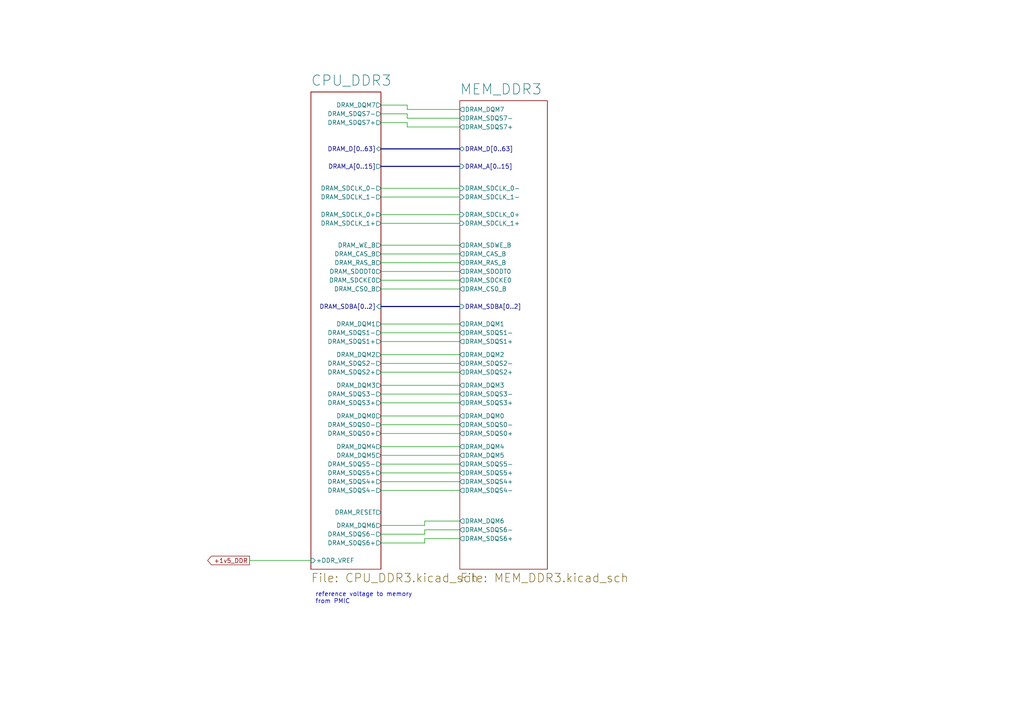
<source format=kicad_sch>
(kicad_sch (version 20211123) (generator eeschema)
  (paper "A4")
  (lib_symbols)
  (wire (pts (xy 133.35 139.7) (xy 110.49 139.7)))
  (wire (pts (xy 118.11 34.29) (xy 133.35 34.29)))
  (wire (pts (xy 133.35 73.66) (xy 110.49 73.66)))
  (wire (pts (xy 123.19 153.67) (xy 123.19 154.94)))
  (wire (pts (xy 110.49 152.4) (xy 123.19 152.4)))
  (wire (pts (xy 133.35 116.84) (xy 110.49 116.84)))
  (wire (pts (xy 133.35 31.75) (xy 118.11 31.75)))
  (wire (pts (xy 110.49 142.24) (xy 133.35 142.24)))
  (wire (pts (xy 118.11 30.48) (xy 110.49 30.48)))
  (wire (pts (xy 90.17 162.56) (xy 72.39 162.56)))
  (wire (pts (xy 110.49 137.16) (xy 133.35 137.16)))
  (wire (pts (xy 133.35 96.52) (xy 110.49 96.52)))
  (wire (pts (xy 110.49 120.65) (xy 133.35 120.65)))
  (wire (pts (xy 123.19 156.21) (xy 133.35 156.21)))
  (wire (pts (xy 123.19 152.4) (xy 123.19 151.13)))
  (bus (pts (xy 110.49 43.18) (xy 133.35 43.18)))
  (wire (pts (xy 110.49 76.2) (xy 133.35 76.2)))
  (wire (pts (xy 133.35 123.19) (xy 110.49 123.19)))
  (wire (pts (xy 110.49 33.02) (xy 118.11 33.02)))
  (wire (pts (xy 118.11 31.75) (xy 118.11 30.48)))
  (bus (pts (xy 110.49 88.9) (xy 133.35 88.9)))
  (wire (pts (xy 110.49 132.08) (xy 133.35 132.08)))
  (wire (pts (xy 110.49 62.23) (xy 133.35 62.23)))
  (wire (pts (xy 110.49 54.61) (xy 133.35 54.61)))
  (wire (pts (xy 110.49 102.87) (xy 133.35 102.87)))
  (wire (pts (xy 110.49 125.73) (xy 133.35 125.73)))
  (wire (pts (xy 110.49 81.28) (xy 133.35 81.28)))
  (bus (pts (xy 133.35 48.26) (xy 110.49 48.26)))
  (wire (pts (xy 133.35 36.83) (xy 118.11 36.83)))
  (wire (pts (xy 118.11 33.02) (xy 118.11 34.29)))
  (wire (pts (xy 110.49 107.95) (xy 133.35 107.95)))
  (wire (pts (xy 110.49 83.82) (xy 133.35 83.82)))
  (wire (pts (xy 118.11 36.83) (xy 118.11 35.56)))
  (wire (pts (xy 123.19 157.48) (xy 123.19 156.21)))
  (wire (pts (xy 133.35 153.67) (xy 123.19 153.67)))
  (wire (pts (xy 118.11 35.56) (xy 110.49 35.56)))
  (wire (pts (xy 123.19 151.13) (xy 133.35 151.13)))
  (wire (pts (xy 110.49 157.48) (xy 123.19 157.48)))
  (wire (pts (xy 133.35 111.76) (xy 110.49 111.76)))
  (wire (pts (xy 110.49 99.06) (xy 133.35 99.06)))
  (wire (pts (xy 110.49 114.3) (xy 133.35 114.3)))
  (wire (pts (xy 133.35 129.54) (xy 110.49 129.54)))
  (wire (pts (xy 133.35 134.62) (xy 110.49 134.62)))
  (wire (pts (xy 123.19 154.94) (xy 110.49 154.94)))
  (wire (pts (xy 133.35 78.74) (xy 110.49 78.74)))
  (wire (pts (xy 110.49 71.12) (xy 133.35 71.12)))
  (wire (pts (xy 133.35 105.41) (xy 110.49 105.41)))
  (wire (pts (xy 110.49 57.15) (xy 133.35 57.15)))
  (wire (pts (xy 110.49 93.98) (xy 133.35 93.98)))
  (wire (pts (xy 110.49 64.77) (xy 133.35 64.77)))
  (text "reference voltage to memory\nfrom PMIC" (at 91.44 175.26 0) (effects (font (size 1.27 1.27)) (justify left bottom)))
  (global_label "+1v5_DDR" (shape output) (at 72.39 162.56 180) (property "Intersheet References" "${INTERSHEET_REFS}" (effects hide)))
  (sheet (at 90.17 26.67) (size 20.32 138.43)
    (property "Sheet name" "CPU_DDR3" (at 90.17 25.0948 0) (effects (font (size 2.9972 2.9972)) (justify left bottom)))
    (property "Sheet file" "CPU_DDR3.kicad_sch" (at 90.17 166.1723 0) (effects (font (size 2.4892 2.4892)) (justify left top)))
    (pin "DRAM_D[0..63]" bidirectional (at 110.49 43.18 0))
    (pin "DRAM_A[0..15]" output (at 110.49 48.26 0))
    (pin "+DDR_VREF" input (at 90.17 162.56 180))
    (pin "DRAM_RESET" output (at 110.49 148.59 0))
    (pin "DRAM_SDCLK_0-" output (at 110.49 54.61 0))
    (pin "DRAM_SDCLK_1-" output (at 110.49 57.15 0))
    (pin "DRAM_SDCLK_0+" output (at 110.49 62.23 0))
    (pin "DRAM_SDCLK_1+" output (at 110.49 64.77 0))
    (pin "DRAM_WE_B" output (at 110.49 71.12 0))
    (pin "DRAM_CAS_B" output (at 110.49 73.66 0))
    (pin "DRAM_RAS_B" output (at 110.49 76.2 0))
    (pin "DRAM_SDODT0" output (at 110.49 78.74 0))
    (pin "DRAM_SDCKE0" output (at 110.49 81.28 0))
    (pin "DRAM_CS0_B" output (at 110.49 83.82 0))
    (pin "DRAM_SDBA[0..2]" input (at 110.49 88.9 0))
    (pin "DRAM_DQM3" output (at 110.49 111.76 0))
    (pin "DRAM_SDQS3-" output (at 110.49 114.3 0))
    (pin "DRAM_SDQS3+" output (at 110.49 116.84 0))
    (pin "DRAM_DQM2" output (at 110.49 102.87 0))
    (pin "DRAM_SDQS2-" output (at 110.49 105.41 0))
    (pin "DRAM_SDQS2+" output (at 110.49 107.95 0))
    (pin "DRAM_DQM1" output (at 110.49 93.98 0))
    (pin "DRAM_SDQS1-" output (at 110.49 96.52 0))
    (pin "DRAM_SDQS1+" output (at 110.49 99.06 0))
    (pin "DRAM_DQM0" output (at 110.49 120.65 0))
    (pin "DRAM_SDQS0-" output (at 110.49 123.19 0))
    (pin "DRAM_SDQS0+" output (at 110.49 125.73 0))
    (pin "DRAM_DQM4" output (at 110.49 129.54 0))
    (pin "DRAM_DQM5" output (at 110.49 132.08 0))
    (pin "DRAM_SDQS5-" output (at 110.49 134.62 0))
    (pin "DRAM_SDQS5+" output (at 110.49 137.16 0))
    (pin "DRAM_SDQS4+" output (at 110.49 139.7 0))
    (pin "DRAM_SDQS4-" output (at 110.49 142.24 0))
    (pin "DRAM_DQM6" output (at 110.49 152.4 0))
    (pin "DRAM_SDQS6-" output (at 110.49 154.94 0))
    (pin "DRAM_SDQS6+" output (at 110.49 157.48 0))
    (pin "DRAM_DQM7" output (at 110.49 30.48 0))
    (pin "DRAM_SDQS7-" output (at 110.49 33.02 0))
    (pin "DRAM_SDQS7+" output (at 110.49 35.56 0))
  )
  (sheet (at 133.35 29.21) (size 25.4 135.89)
    (property "Sheet name" "MEM_DDR3" (at 133.35 27.6348 0) (effects (font (size 2.9972 2.9972)) (justify left bottom)))
    (property "Sheet file" "MEM_DDR3.kicad_sch" (at 133.35 166.1723 0) (effects (font (size 2.4892 2.4892)) (justify left top)))
    (pin "DRAM_D[0..63]" bidirectional (at 133.35 43.18 180))
    (pin "DRAM_A[0..15]" input (at 133.35 48.26 180))
    (pin "DRAM_SDCLK_0-" input (at 133.35 54.61 180))
    (pin "DRAM_SDCLK_1-" input (at 133.35 57.15 180))
    (pin "DRAM_SDCLK_0+" input (at 133.35 62.23 180))
    (pin "DRAM_SDCLK_1+" input (at 133.35 64.77 180))
    (pin "DRAM_SDWE_B" output (at 133.35 71.12 180))
    (pin "DRAM_CAS_B" output (at 133.35 73.66 180))
    (pin "DRAM_RAS_B" output (at 133.35 76.2 180))
    (pin "DRAM_SDODT0" output (at 133.35 78.74 180))
    (pin "DRAM_SDCKE0" output (at 133.35 81.28 180))
    (pin "DRAM_CS0_B" output (at 133.35 83.82 180))
    (pin "DRAM_SDBA[0..2]" input (at 133.35 88.9 180))
    (pin "DRAM_DQM3" output (at 133.35 111.76 180))
    (pin "DRAM_SDQS3-" output (at 133.35 114.3 180))
    (pin "DRAM_SDQS3+" output (at 133.35 116.84 180))
    (pin "DRAM_DQM2" output (at 133.35 102.87 180))
    (pin "DRAM_SDQS2-" output (at 133.35 105.41 180))
    (pin "DRAM_SDQS2+" output (at 133.35 107.95 180))
    (pin "DRAM_DQM1" output (at 133.35 93.98 180))
    (pin "DRAM_SDQS1-" output (at 133.35 96.52 180))
    (pin "DRAM_SDQS1+" output (at 133.35 99.06 180))
    (pin "DRAM_DQM0" output (at 133.35 120.65 180))
    (pin "DRAM_SDQS0-" output (at 133.35 123.19 180))
    (pin "DRAM_SDQS0+" output (at 133.35 125.73 180))
    (pin "DRAM_DQM4" output (at 133.35 129.54 180))
    (pin "DRAM_DQM5" output (at 133.35 132.08 180))
    (pin "DRAM_SDQS5-" output (at 133.35 134.62 180))
    (pin "DRAM_SDQS5+" output (at 133.35 137.16 180))
    (pin "DRAM_SDQS4+" output (at 133.35 139.7 180))
    (pin "DRAM_SDQS4-" output (at 133.35 142.24 180))
    (pin "DRAM_DQM6" output (at 133.35 151.13 180))
    (pin "DRAM_SDQS6-" output (at 133.35 153.67 180))
    (pin "DRAM_SDQS6+" output (at 133.35 156.21 180))
    (pin "DRAM_DQM7" output (at 133.35 31.75 180))
    (pin "DRAM_SDQS7-" output (at 133.35 34.29 180))
    (pin "DRAM_SDQS7+" output (at 133.35 36.83 180))
  )
)
</source>
